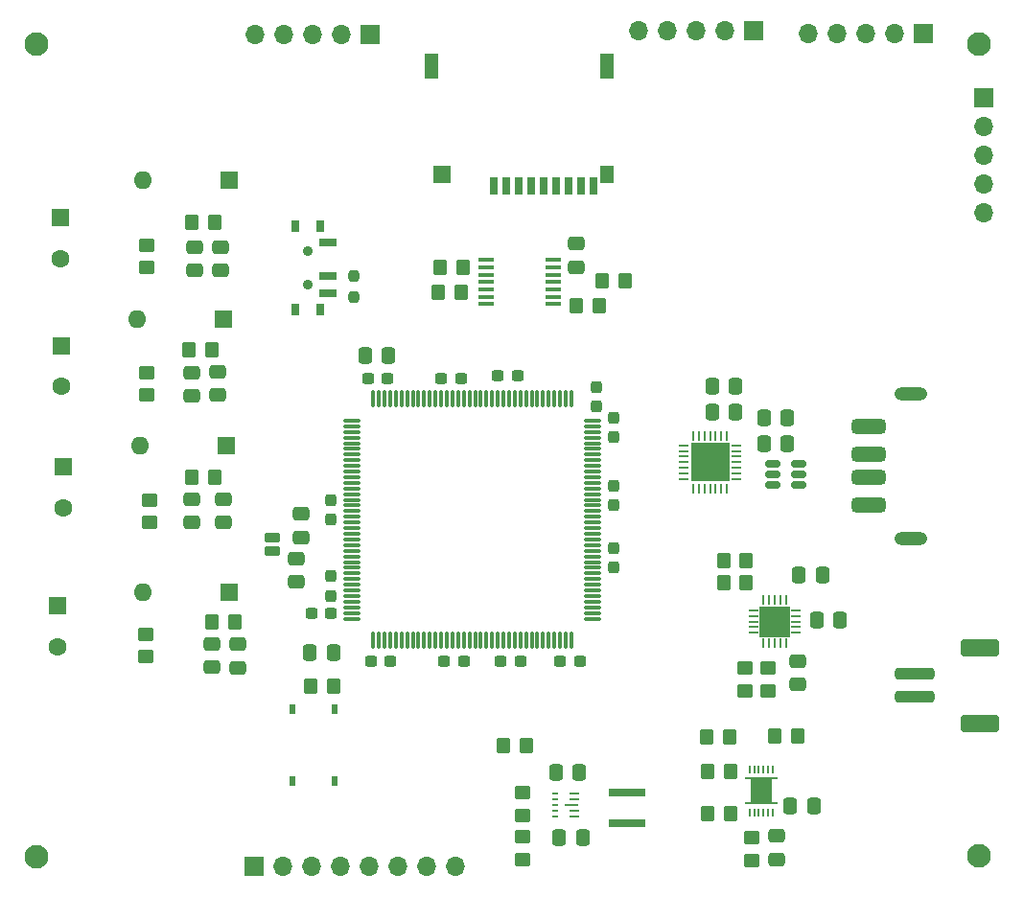
<source format=gbr>
%TF.GenerationSoftware,KiCad,Pcbnew,8.0.8*%
%TF.CreationDate,2025-03-12T15:40:14-04:00*%
%TF.ProjectId,ECE477-SeniorDesign,45434534-3737-42d5-9365-6e696f724465,rev?*%
%TF.SameCoordinates,Original*%
%TF.FileFunction,Soldermask,Top*%
%TF.FilePolarity,Negative*%
%FSLAX46Y46*%
G04 Gerber Fmt 4.6, Leading zero omitted, Abs format (unit mm)*
G04 Created by KiCad (PCBNEW 8.0.8) date 2025-03-12 15:40:14*
%MOMM*%
%LPD*%
G01*
G04 APERTURE LIST*
G04 Aperture macros list*
%AMRoundRect*
0 Rectangle with rounded corners*
0 $1 Rounding radius*
0 $2 $3 $4 $5 $6 $7 $8 $9 X,Y pos of 4 corners*
0 Add a 4 corners polygon primitive as box body*
4,1,4,$2,$3,$4,$5,$6,$7,$8,$9,$2,$3,0*
0 Add four circle primitives for the rounded corners*
1,1,$1+$1,$2,$3*
1,1,$1+$1,$4,$5*
1,1,$1+$1,$6,$7*
1,1,$1+$1,$8,$9*
0 Add four rect primitives between the rounded corners*
20,1,$1+$1,$2,$3,$4,$5,0*
20,1,$1+$1,$4,$5,$6,$7,0*
20,1,$1+$1,$6,$7,$8,$9,0*
20,1,$1+$1,$8,$9,$2,$3,0*%
%AMFreePoly0*
4,1,21,-0.300000,0.050000,-0.296194,0.069134,-0.285355,0.085355,-0.269134,0.096194,-0.250000,0.100000,0.250000,0.100000,0.269134,0.096194,0.285355,0.085355,0.296194,0.069134,0.300000,0.050000,0.300000,-0.050000,0.296194,-0.069134,0.285355,-0.085355,0.269134,-0.096194,0.250000,-0.100000,-0.250000,-0.100000,-0.269134,-0.096194,-0.285355,-0.085355,-0.296194,-0.069134,-0.300000,-0.050000,
-0.300000,0.050000,-0.300000,0.050000,$1*%
G04 Aperture macros list end*
%ADD10R,1.700000X1.700000*%
%ADD11O,1.700000X1.700000*%
%ADD12RoundRect,0.250000X-0.550000X0.550000X-0.550000X-0.550000X0.550000X-0.550000X0.550000X0.550000X0*%
%ADD13C,1.600000*%
%ADD14RoundRect,0.250000X1.500000X-0.250000X1.500000X0.250000X-1.500000X0.250000X-1.500000X-0.250000X0*%
%ADD15RoundRect,0.250001X1.449999X-0.499999X1.449999X0.499999X-1.449999X0.499999X-1.449999X-0.499999X0*%
%ADD16RoundRect,0.250000X-0.475000X0.337500X-0.475000X-0.337500X0.475000X-0.337500X0.475000X0.337500X0*%
%ADD17RoundRect,0.250000X-0.350000X-0.450000X0.350000X-0.450000X0.350000X0.450000X-0.350000X0.450000X0*%
%ADD18RoundRect,0.250000X-0.337500X-0.475000X0.337500X-0.475000X0.337500X0.475000X-0.337500X0.475000X0*%
%ADD19RoundRect,0.237500X-0.300000X-0.237500X0.300000X-0.237500X0.300000X0.237500X-0.300000X0.237500X0*%
%ADD20RoundRect,0.237500X0.300000X0.237500X-0.300000X0.237500X-0.300000X-0.237500X0.300000X-0.237500X0*%
%ADD21R,0.965200X0.254000*%
%ADD22R,0.254000X0.965200*%
%ADD23R,3.352800X3.352800*%
%ADD24RoundRect,0.250000X0.450000X-0.350000X0.450000X0.350000X-0.450000X0.350000X-0.450000X-0.350000X0*%
%ADD25RoundRect,0.250000X0.475000X-0.337500X0.475000X0.337500X-0.475000X0.337500X-0.475000X-0.337500X0*%
%ADD26R,1.600000X1.600000*%
%ADD27O,1.600000X1.600000*%
%ADD28RoundRect,0.250000X0.337500X0.475000X-0.337500X0.475000X-0.337500X-0.475000X0.337500X-0.475000X0*%
%ADD29RoundRect,0.250000X0.350000X0.450000X-0.350000X0.450000X-0.350000X-0.450000X0.350000X-0.450000X0*%
%ADD30FreePoly0,90.000000*%
%ADD31RoundRect,0.050000X-0.212500X-0.050000X0.212500X-0.050000X0.212500X0.050000X-0.212500X0.050000X0*%
%ADD32R,1.950000X2.450000*%
%ADD33RoundRect,0.237500X-0.237500X0.250000X-0.237500X-0.250000X0.237500X-0.250000X0.237500X0.250000X0*%
%ADD34C,2.100000*%
%ADD35RoundRect,0.075000X-0.662500X-0.075000X0.662500X-0.075000X0.662500X0.075000X-0.662500X0.075000X0*%
%ADD36RoundRect,0.075000X-0.075000X-0.662500X0.075000X-0.662500X0.075000X0.662500X-0.075000X0.662500X0*%
%ADD37RoundRect,0.237500X0.237500X-0.300000X0.237500X0.300000X-0.237500X0.300000X-0.237500X-0.300000X0*%
%ADD38R,0.800000X1.000000*%
%ADD39C,0.900000*%
%ADD40R,1.500000X0.700000*%
%ADD41RoundRect,0.250000X-0.450000X0.350000X-0.450000X-0.350000X0.450000X-0.350000X0.450000X0.350000X0*%
%ADD42R,0.254000X0.812800*%
%ADD43R,0.812800X0.254000*%
%ADD44R,2.794000X2.794000*%
%ADD45R,0.558800X0.952500*%
%ADD46RoundRect,0.237500X-0.237500X0.300000X-0.237500X-0.300000X0.237500X-0.300000X0.237500X0.300000X0*%
%ADD47R,0.599999X0.249999*%
%ADD48R,0.900001X0.249999*%
%ADD49R,1.300000X0.249999*%
%ADD50R,0.700000X1.600000*%
%ADD51R,1.200000X1.500000*%
%ADD52R,1.200000X2.200000*%
%ADD53R,1.600000X1.500000*%
%ADD54RoundRect,0.325000X1.175000X-0.325000X1.175000X0.325000X-1.175000X0.325000X-1.175000X-0.325000X0*%
%ADD55O,2.900000X1.200000*%
%ADD56RoundRect,0.102000X-0.600000X0.300000X-0.600000X-0.300000X0.600000X-0.300000X0.600000X0.300000X0*%
%ADD57R,1.409700X0.355600*%
%ADD58R,3.200400X0.762000*%
%ADD59RoundRect,0.150000X0.512500X0.150000X-0.512500X0.150000X-0.512500X-0.150000X0.512500X-0.150000X0*%
G04 APERTURE END LIST*
D10*
%TO.C,EinkDispCon1*%
X134240000Y-120600000D03*
D11*
X136780000Y-120600000D03*
X139320000Y-120600000D03*
X141860000Y-120600000D03*
X144400000Y-120600000D03*
X146940000Y-120600000D03*
X149480000Y-120600000D03*
X152020000Y-120600000D03*
%TD*%
D10*
%TO.C,J3*%
X193325000Y-47050000D03*
D11*
X190785000Y-47050000D03*
X188245000Y-47050000D03*
X185705000Y-47050000D03*
X183165000Y-47050000D03*
%TD*%
D10*
%TO.C,J2*%
X144490000Y-47150000D03*
D11*
X141950000Y-47150000D03*
X139410000Y-47150000D03*
X136870000Y-47150000D03*
X134330000Y-47150000D03*
%TD*%
D10*
%TO.C,J1*%
X198650000Y-52720000D03*
D11*
X198650000Y-55260000D03*
X198650000Y-57800000D03*
X198650000Y-60340000D03*
X198650000Y-62880000D03*
%TD*%
D10*
%TO.C,J4*%
X178380000Y-46800000D03*
D11*
X175840000Y-46800000D03*
X173300000Y-46800000D03*
X170760000Y-46800000D03*
X168220000Y-46800000D03*
%TD*%
D12*
%TO.C,J12*%
X116900000Y-97600000D03*
D13*
X116900000Y-101200000D03*
%TD*%
D14*
%TO.C,J6*%
X192600000Y-105650000D03*
X192600000Y-103650000D03*
D15*
X198350000Y-108000000D03*
X198350000Y-101300000D03*
%TD*%
D12*
%TO.C,J10*%
X117350000Y-85350000D03*
D13*
X117350000Y-88950000D03*
%TD*%
D12*
%TO.C,J9*%
X117250000Y-74650000D03*
D13*
X117250000Y-78250000D03*
%TD*%
D12*
%TO.C,J5*%
X117150000Y-63350000D03*
D13*
X117150000Y-66950000D03*
%TD*%
D16*
%TO.C,C2*%
X138400000Y-89500000D03*
X138400000Y-91575000D03*
%TD*%
D17*
%TO.C,R3*%
X174200000Y-109200000D03*
X176200000Y-109200000D03*
%TD*%
D18*
%TO.C,C1*%
X139175000Y-101750000D03*
X141250000Y-101750000D03*
%TD*%
D19*
%TO.C,C9*%
X144275000Y-77500000D03*
X146000000Y-77500000D03*
%TD*%
D20*
%TO.C,C13*%
X163000000Y-102500000D03*
X161275000Y-102500000D03*
%TD*%
D16*
%TO.C,C36*%
X128750000Y-77000000D03*
X128750000Y-79075000D03*
%TD*%
D21*
%TO.C,U8*%
X176824100Y-86425900D03*
X176824100Y-85925901D03*
X176824100Y-85425899D03*
X176824100Y-84925900D03*
X176824100Y-84425901D03*
X176824100Y-83925899D03*
X176824100Y-83425900D03*
D22*
X176000000Y-82601800D03*
X175500001Y-82601800D03*
X174999999Y-82601800D03*
X174500000Y-82601800D03*
X174000001Y-82601800D03*
X173499999Y-82601800D03*
X173000000Y-82601800D03*
D21*
X172175900Y-83425900D03*
X172175900Y-83925899D03*
X172175900Y-84425901D03*
X172175900Y-84925900D03*
X172175900Y-85425899D03*
X172175900Y-85925901D03*
X172175900Y-86425900D03*
D22*
X173000000Y-87250000D03*
X173499999Y-87250000D03*
X174000001Y-87250000D03*
X174500000Y-87250000D03*
X174999999Y-87250000D03*
X175500001Y-87250000D03*
X176000000Y-87250000D03*
D23*
X174500000Y-84925900D03*
%TD*%
D24*
%TO.C,R7*%
X157900000Y-120000000D03*
X157900000Y-118000000D03*
%TD*%
%TO.C,R18*%
X177600000Y-105100000D03*
X177600000Y-103100000D03*
%TD*%
D25*
%TO.C,C41*%
X162700000Y-67700000D03*
X162700000Y-65625000D03*
%TD*%
D16*
%TO.C,C37*%
X128750000Y-88175000D03*
X128750000Y-90250000D03*
%TD*%
D26*
%TO.C,D4*%
X132000000Y-60000000D03*
D27*
X124380000Y-60000000D03*
%TD*%
D17*
%TO.C,R16*%
X175700000Y-95600000D03*
X177700000Y-95600000D03*
%TD*%
D28*
%TO.C,C32*%
X176750000Y-80500000D03*
X174675000Y-80500000D03*
%TD*%
D16*
%TO.C,C39*%
X131000000Y-76925000D03*
X131000000Y-79000000D03*
%TD*%
D28*
%TO.C,C20*%
X163250000Y-118050000D03*
X161175000Y-118050000D03*
%TD*%
D18*
%TO.C,C25*%
X181600000Y-115300000D03*
X183675000Y-115300000D03*
%TD*%
D29*
%TO.C,R9*%
X176300000Y-115960000D03*
X174300000Y-115960000D03*
%TD*%
D16*
%TO.C,C27*%
X180400000Y-117960000D03*
X180400000Y-120035000D03*
%TD*%
D30*
%TO.C,U5*%
X178000000Y-115850000D03*
X178400000Y-115850000D03*
X178800000Y-115850000D03*
X179200000Y-115850000D03*
X179600000Y-115850000D03*
X180000000Y-115850000D03*
X180000000Y-112050000D03*
X179600000Y-112050000D03*
X179200000Y-112050000D03*
X178800000Y-112050000D03*
X178400000Y-112050000D03*
X178000000Y-112050000D03*
D31*
X177812500Y-115075000D03*
X180187500Y-115075000D03*
D32*
X179000000Y-113950000D03*
D31*
X177812500Y-112825000D03*
X180187500Y-112825000D03*
%TD*%
D17*
%TO.C,R25*%
X128750000Y-86250000D03*
X130750000Y-86250000D03*
%TD*%
D16*
%TO.C,C30*%
X182200000Y-102500000D03*
X182200000Y-104575000D03*
%TD*%
D24*
%TO.C,R4*%
X157900000Y-116150000D03*
X157900000Y-114150000D03*
%TD*%
D28*
%TO.C,C34*%
X176750000Y-78250000D03*
X174675000Y-78250000D03*
%TD*%
D18*
%TO.C,C29*%
X183900000Y-98900000D03*
X185975000Y-98900000D03*
%TD*%
D19*
%TO.C,C8*%
X150775000Y-77500000D03*
X152500000Y-77500000D03*
%TD*%
D18*
%TO.C,C18*%
X144025000Y-75500000D03*
X146100000Y-75500000D03*
%TD*%
D33*
%TO.C,R2*%
X143000000Y-68475000D03*
X143000000Y-70300000D03*
%TD*%
D34*
%TO.C,H2*%
X115000000Y-119800000D03*
%TD*%
D16*
%TO.C,C42*%
X130550000Y-100950000D03*
X130550000Y-103025000D03*
%TD*%
D34*
%TO.C,H4*%
X198200000Y-119700000D03*
%TD*%
D17*
%TO.C,R24*%
X128500000Y-75000000D03*
X130500000Y-75000000D03*
%TD*%
D35*
%TO.C,U2*%
X142837500Y-81250000D03*
X142837500Y-81750000D03*
X142837500Y-82250000D03*
X142837500Y-82750000D03*
X142837500Y-83250000D03*
X142837500Y-83750000D03*
X142837500Y-84250000D03*
X142837500Y-84750000D03*
X142837500Y-85250000D03*
X142837500Y-85750000D03*
X142837500Y-86250000D03*
X142837500Y-86750000D03*
X142837500Y-87250000D03*
X142837500Y-87750000D03*
X142837500Y-88250000D03*
X142837500Y-88750000D03*
X142837500Y-89250000D03*
X142837500Y-89750000D03*
X142837500Y-90250000D03*
X142837500Y-90750000D03*
X142837500Y-91250000D03*
X142837500Y-91750000D03*
X142837500Y-92250000D03*
X142837500Y-92750000D03*
X142837500Y-93250000D03*
X142837500Y-93750000D03*
X142837500Y-94250000D03*
X142837500Y-94750000D03*
X142837500Y-95250000D03*
X142837500Y-95750000D03*
X142837500Y-96250000D03*
X142837500Y-96750000D03*
X142837500Y-97250000D03*
X142837500Y-97750000D03*
X142837500Y-98250000D03*
X142837500Y-98750000D03*
D36*
X144750000Y-100662500D03*
X145250000Y-100662500D03*
X145750000Y-100662500D03*
X146250000Y-100662500D03*
X146750000Y-100662500D03*
X147250000Y-100662500D03*
X147750000Y-100662500D03*
X148250000Y-100662500D03*
X148750000Y-100662500D03*
X149250000Y-100662500D03*
X149750000Y-100662500D03*
X150250000Y-100662500D03*
X150750000Y-100662500D03*
X151250000Y-100662500D03*
X151750000Y-100662500D03*
X152250000Y-100662500D03*
X152750000Y-100662500D03*
X153250000Y-100662500D03*
X153750000Y-100662500D03*
X154250000Y-100662500D03*
X154750000Y-100662500D03*
X155250000Y-100662500D03*
X155750000Y-100662500D03*
X156250000Y-100662500D03*
X156750000Y-100662500D03*
X157250000Y-100662500D03*
X157750000Y-100662500D03*
X158250000Y-100662500D03*
X158750000Y-100662500D03*
X159250000Y-100662500D03*
X159750000Y-100662500D03*
X160250000Y-100662500D03*
X160750000Y-100662500D03*
X161250000Y-100662500D03*
X161750000Y-100662500D03*
X162250000Y-100662500D03*
D35*
X164162500Y-98750000D03*
X164162500Y-98250000D03*
X164162500Y-97750000D03*
X164162500Y-97250000D03*
X164162500Y-96750000D03*
X164162500Y-96250000D03*
X164162500Y-95750000D03*
X164162500Y-95250000D03*
X164162500Y-94750000D03*
X164162500Y-94250000D03*
X164162500Y-93750000D03*
X164162500Y-93250000D03*
X164162500Y-92750000D03*
X164162500Y-92250000D03*
X164162500Y-91750000D03*
X164162500Y-91250000D03*
X164162500Y-90750000D03*
X164162500Y-90250000D03*
X164162500Y-89750000D03*
X164162500Y-89250000D03*
X164162500Y-88750000D03*
X164162500Y-88250000D03*
X164162500Y-87750000D03*
X164162500Y-87250000D03*
X164162500Y-86750000D03*
X164162500Y-86250000D03*
X164162500Y-85750000D03*
X164162500Y-85250000D03*
X164162500Y-84750000D03*
X164162500Y-84250000D03*
X164162500Y-83750000D03*
X164162500Y-83250000D03*
X164162500Y-82750000D03*
X164162500Y-82250000D03*
X164162500Y-81750000D03*
X164162500Y-81250000D03*
D36*
X162250000Y-79337500D03*
X161750000Y-79337500D03*
X161250000Y-79337500D03*
X160750000Y-79337500D03*
X160250000Y-79337500D03*
X159750000Y-79337500D03*
X159250000Y-79337500D03*
X158750000Y-79337500D03*
X158250000Y-79337500D03*
X157750000Y-79337500D03*
X157250000Y-79337500D03*
X156750000Y-79337500D03*
X156250000Y-79337500D03*
X155750000Y-79337500D03*
X155250000Y-79337500D03*
X154750000Y-79337500D03*
X154250000Y-79337500D03*
X153750000Y-79337500D03*
X153250000Y-79337500D03*
X152750000Y-79337500D03*
X152250000Y-79337500D03*
X151750000Y-79337500D03*
X151250000Y-79337500D03*
X150750000Y-79337500D03*
X150250000Y-79337500D03*
X149750000Y-79337500D03*
X149250000Y-79337500D03*
X148750000Y-79337500D03*
X148250000Y-79337500D03*
X147750000Y-79337500D03*
X147250000Y-79337500D03*
X146750000Y-79337500D03*
X146250000Y-79337500D03*
X145750000Y-79337500D03*
X145250000Y-79337500D03*
X144750000Y-79337500D03*
%TD*%
D28*
%TO.C,C33*%
X181325000Y-83250000D03*
X179250000Y-83250000D03*
%TD*%
%TO.C,C19*%
X162975000Y-112350000D03*
X160900000Y-112350000D03*
%TD*%
D37*
%TO.C,C16*%
X141000000Y-96725000D03*
X141000000Y-95000000D03*
%TD*%
D16*
%TO.C,C38*%
X131250000Y-65925000D03*
X131250000Y-68000000D03*
%TD*%
D19*
%TO.C,C7*%
X155775000Y-77250000D03*
X157500000Y-77250000D03*
%TD*%
D38*
%TO.C,SWBOOT1*%
X140100000Y-64100000D03*
X137890000Y-64100000D03*
D39*
X138990000Y-66250000D03*
X138990000Y-69250000D03*
D38*
X140100000Y-71400000D03*
X137890000Y-71400000D03*
D40*
X140750000Y-65500000D03*
X140750000Y-68500000D03*
X140750000Y-70000000D03*
%TD*%
D37*
%TO.C,C11*%
X141000000Y-89975000D03*
X141000000Y-88250000D03*
%TD*%
D26*
%TO.C,D6*%
X131750000Y-83500000D03*
D27*
X124130000Y-83500000D03*
%TD*%
D37*
%TO.C,C6*%
X166000000Y-82725000D03*
X166000000Y-81000000D03*
%TD*%
D29*
%TO.C,R1*%
X141250000Y-104750000D03*
X139250000Y-104750000D03*
%TD*%
D18*
%TO.C,C28*%
X182362500Y-94900000D03*
X184437500Y-94900000D03*
%TD*%
D41*
%TO.C,R22*%
X125000000Y-88250000D03*
X125000000Y-90250000D03*
%TD*%
D42*
%TO.C,U6*%
X181200001Y-97107700D03*
X180699999Y-97107700D03*
X180200000Y-97107700D03*
X179700001Y-97107700D03*
X179199999Y-97107700D03*
D43*
X178307700Y-97999999D03*
X178307700Y-98500001D03*
X178307700Y-99000000D03*
X178307700Y-99499999D03*
X178307700Y-100000001D03*
D42*
X179199999Y-100892300D03*
X179700001Y-100892300D03*
X180200000Y-100892300D03*
X180699999Y-100892300D03*
X181200001Y-100892300D03*
D43*
X182092300Y-100000001D03*
X182092300Y-99499999D03*
X182092300Y-99000000D03*
X182092300Y-98500001D03*
X182092300Y-97999999D03*
D44*
X180200000Y-99000000D03*
%TD*%
D26*
%TO.C,D5*%
X131560000Y-72250000D03*
D27*
X123940000Y-72250000D03*
%TD*%
D25*
%TO.C,C3*%
X138000000Y-95500000D03*
X138000000Y-93425000D03*
%TD*%
D17*
%TO.C,R19*%
X150500000Y-69900000D03*
X152500000Y-69900000D03*
%TD*%
D45*
%TO.C,U1*%
X141308400Y-106737300D03*
X141308400Y-113100000D03*
X137600000Y-106737300D03*
X137600000Y-113100000D03*
%TD*%
D17*
%TO.C,R15*%
X174300000Y-112260000D03*
X176300000Y-112260000D03*
%TD*%
D41*
%TO.C,R20*%
X124750000Y-65750000D03*
X124750000Y-67750000D03*
%TD*%
D46*
%TO.C,C10*%
X166000000Y-92500000D03*
X166000000Y-94225000D03*
%TD*%
%TO.C,C4*%
X166000000Y-87025000D03*
X166000000Y-88750000D03*
%TD*%
D17*
%TO.C,R26*%
X165000000Y-68900000D03*
X167000000Y-68900000D03*
%TD*%
D34*
%TO.C,H1*%
X115000000Y-48000000D03*
%TD*%
D47*
%TO.C,U10*%
X160824999Y-114224998D03*
X160824999Y-114725000D03*
X160824999Y-115224999D03*
X160824999Y-115724998D03*
X160824999Y-116225000D03*
D48*
X162475001Y-116225000D03*
X162475001Y-115724998D03*
D49*
X162274999Y-115224999D03*
D48*
X162475001Y-114725000D03*
X162475001Y-114224998D03*
%TD*%
D17*
%TO.C,R14*%
X175700000Y-93600000D03*
X177700000Y-93600000D03*
%TD*%
%TO.C,R27*%
X162700000Y-71100000D03*
X164700000Y-71100000D03*
%TD*%
D41*
%TO.C,R21*%
X124750000Y-77000000D03*
X124750000Y-79000000D03*
%TD*%
D20*
%TO.C,C17*%
X141000000Y-98250000D03*
X139275000Y-98250000D03*
%TD*%
D50*
%TO.C,CARD1*%
X155400000Y-60500000D03*
X156500000Y-60500000D03*
X157600000Y-60500000D03*
X158700000Y-60500000D03*
X159800000Y-60500000D03*
X160900000Y-60500000D03*
X162000000Y-60500000D03*
X163100000Y-60500000D03*
X164200000Y-60500000D03*
D51*
X165400000Y-59500000D03*
D52*
X165400000Y-49900000D03*
D53*
X150800000Y-59500000D03*
D52*
X149900000Y-49900000D03*
%TD*%
D41*
%TO.C,R17*%
X179600000Y-103100000D03*
X179600000Y-105100000D03*
%TD*%
D17*
%TO.C,R23*%
X128750000Y-63750000D03*
X130750000Y-63750000D03*
%TD*%
D54*
%TO.C,J7*%
X188510000Y-88750000D03*
X188510000Y-86250000D03*
X188510000Y-84250000D03*
X188510000Y-81750000D03*
D55*
X192210000Y-91650000D03*
X192210000Y-78850000D03*
%TD*%
D56*
%TO.C,Y1*%
X135800000Y-91600000D03*
X135800000Y-92800000D03*
%TD*%
D17*
%TO.C,R29*%
X130550000Y-99025000D03*
X132550000Y-99025000D03*
%TD*%
%TO.C,R11*%
X180200000Y-109100000D03*
X182200000Y-109100000D03*
%TD*%
D34*
%TO.C,H3*%
X198200000Y-48000000D03*
%TD*%
D28*
%TO.C,C31*%
X181325000Y-81000000D03*
X179250000Y-81000000D03*
%TD*%
D17*
%TO.C,Rr1*%
X150700000Y-67700000D03*
X152700000Y-67700000D03*
%TD*%
%TO.C,R6*%
X156250000Y-110000000D03*
X158250000Y-110000000D03*
%TD*%
D37*
%TO.C,C5*%
X164500000Y-80000000D03*
X164500000Y-78275000D03*
%TD*%
D57*
%TO.C,U9*%
X154715950Y-67064899D03*
X154715950Y-67714900D03*
X154715950Y-68364901D03*
X154715950Y-69014900D03*
X154715950Y-69664899D03*
X154715950Y-70314900D03*
X154715950Y-70964899D03*
X160621450Y-70964901D03*
X160621450Y-70314900D03*
X160621450Y-69664901D03*
X160621450Y-69014900D03*
X160621450Y-68364901D03*
X160621450Y-67714900D03*
X160621450Y-67064901D03*
%TD*%
D16*
%TO.C,C35*%
X129000000Y-65925000D03*
X129000000Y-68000000D03*
%TD*%
D20*
%TO.C,C15*%
X146250000Y-102500000D03*
X144525000Y-102500000D03*
%TD*%
D16*
%TO.C,C40*%
X131500000Y-88175000D03*
X131500000Y-90250000D03*
%TD*%
D41*
%TO.C,R8*%
X178200000Y-118100000D03*
X178200000Y-120100000D03*
%TD*%
D26*
%TO.C,D7*%
X132030499Y-96400000D03*
D27*
X124410499Y-96400000D03*
%TD*%
D20*
%TO.C,C14*%
X157750000Y-102500000D03*
X156025000Y-102500000D03*
%TD*%
D16*
%TO.C,C43*%
X132800000Y-101025000D03*
X132800000Y-103100000D03*
%TD*%
D41*
%TO.C,R28*%
X124700000Y-100100000D03*
X124700000Y-102100000D03*
%TD*%
D58*
%TO.C,L1*%
X167153700Y-114100000D03*
X167153700Y-116792400D03*
%TD*%
D59*
%TO.C,U7*%
X182337500Y-86950000D03*
X182337500Y-86000000D03*
X182337500Y-85050000D03*
X180062500Y-85050000D03*
X180062500Y-86000000D03*
X180062500Y-86950000D03*
%TD*%
D20*
%TO.C,C12*%
X152750000Y-102500000D03*
X151025000Y-102500000D03*
%TD*%
M02*

</source>
